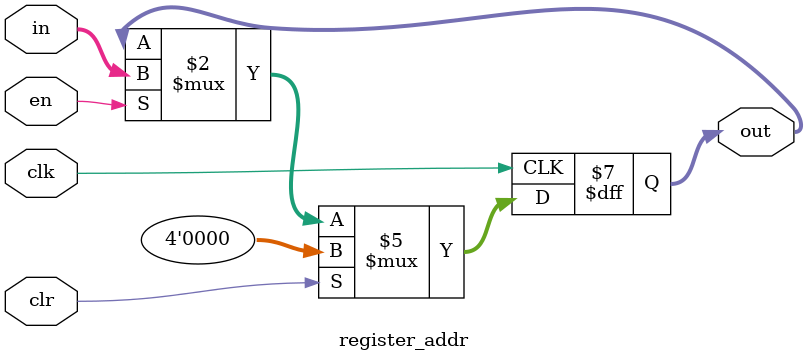
<source format=v>
module register_addr #(parameter N = 4) (input clk,en,clr,input [N-1:0] in,output reg [N-1:0] out);
    always @(posedge clk) begin
        if (clr)
            out <= 0;
        else if (en)
            out <= in;
    end
endmodule
</source>
